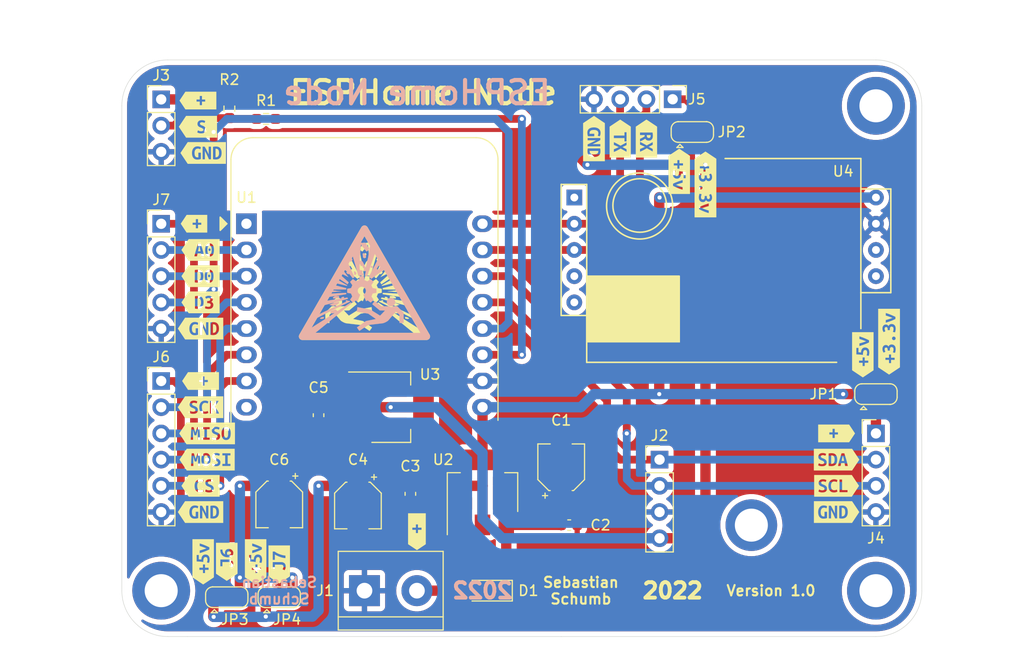
<source format=kicad_pcb>
(kicad_pcb (version 20211014) (generator pcbnew)

  (general
    (thickness 1.6)
  )

  (paper "A4")
  (layers
    (0 "F.Cu" signal)
    (31 "B.Cu" signal)
    (32 "B.Adhes" user "B.Adhesive")
    (33 "F.Adhes" user "F.Adhesive")
    (34 "B.Paste" user)
    (35 "F.Paste" user)
    (36 "B.SilkS" user "B.Silkscreen")
    (37 "F.SilkS" user "F.Silkscreen")
    (38 "B.Mask" user)
    (39 "F.Mask" user)
    (40 "Dwgs.User" user "User.Drawings")
    (41 "Cmts.User" user "User.Comments")
    (42 "Eco1.User" user "User.Eco1")
    (43 "Eco2.User" user "User.Eco2")
    (44 "Edge.Cuts" user)
    (45 "Margin" user)
    (46 "B.CrtYd" user "B.Courtyard")
    (47 "F.CrtYd" user "F.Courtyard")
    (48 "B.Fab" user)
    (49 "F.Fab" user)
  )

  (setup
    (pad_to_mask_clearance 0)
    (pcbplotparams
      (layerselection 0x00010f0_ffffffff)
      (disableapertmacros false)
      (usegerberextensions true)
      (usegerberattributes true)
      (usegerberadvancedattributes true)
      (creategerberjobfile false)
      (svguseinch false)
      (svgprecision 6)
      (excludeedgelayer true)
      (plotframeref false)
      (viasonmask false)
      (mode 1)
      (useauxorigin false)
      (hpglpennumber 1)
      (hpglpenspeed 20)
      (hpglpendiameter 15.000000)
      (dxfpolygonmode true)
      (dxfimperialunits true)
      (dxfusepcbnewfont true)
      (psnegative false)
      (psa4output false)
      (plotreference true)
      (plotvalue true)
      (plotinvisibletext false)
      (sketchpadsonfab false)
      (subtractmaskfromsilk false)
      (outputformat 1)
      (mirror false)
      (drillshape 0)
      (scaleselection 1)
      (outputdirectory "gerbers/")
    )
  )

  (net 0 "")
  (net 1 "GND")
  (net 2 "+3V3")
  (net 3 "TXD")
  (net 4 "RXD")
  (net 5 "SDA")
  (net 6 "SCL")
  (net 7 "CS")
  (net 8 "MOSI")
  (net 9 "MISO")
  (net 10 "SCK")
  (net 11 "+5V")
  (net 12 "Net-(C1-Pad1)")
  (net 13 "Net-(D1-Pad2)")
  (net 14 "D3")
  (net 15 "unconnected-(U1-Pad8)")
  (net 16 "D0")
  (net 17 "unconnected-(U1-Pad1)")
  (net 18 "A0")
  (net 19 "Net-(J3-Pad2)")
  (net 20 "Net-(J4-Pad1)")
  (net 21 "Net-(J5-Pad1)")
  (net 22 "Net-(J6-Pad1)")
  (net 23 "unconnected-(U4-Pad9)")
  (net 24 "unconnected-(U4-Pad8)")
  (net 25 "unconnected-(U4-Pad5)")
  (net 26 "unconnected-(U4-Pad4)")
  (net 27 "unconnected-(U4-Pad1)")
  (net 28 "Net-(J7-Pad1)")
  (net 29 "ONE_WIRE")

  (footprint "Module:WEMOS_D1_mini_light" (layer "F.Cu") (at 94.615 69.85))

  (footprint "Package_TO_SOT_SMD:SOT-223-3_TabPin2" (layer "F.Cu") (at 117.475 95.885 90))

  (footprint "Package_TO_SOT_SMD:SOT-223-3_TabPin2" (layer "F.Cu") (at 108.61 87.63))

  (footprint "Capacitor_SMD:CP_Elec_4x5.4" (layer "F.Cu") (at 125.095 93.45 90))

  (footprint "Capacitor_SMD:C_0603_1608Metric" (layer "F.Cu") (at 125.87 99.06))

  (footprint "Capacitor_SMD:C_0603_1608Metric" (layer "F.Cu") (at 110.49 96.025 -90))

  (footprint "Capacitor_SMD:CP_Elec_4x5.4" (layer "F.Cu") (at 105.41 97.155 -90))

  (footprint "Capacitor_SMD:C_0603_1608Metric" (layer "F.Cu") (at 101.6 88.405 -90))

  (footprint "Capacitor_SMD:CP_Elec_4x5.4" (layer "F.Cu") (at 97.79 97.05 -90))

  (footprint "Diode_SMD:D_SOD-123" (layer "F.Cu") (at 118.11 105.41 180))

  (footprint "TerminalBlock:TerminalBlock_bornier-2_P5.08mm" (layer "F.Cu") (at 106.045 105.41))

  (footprint "kibuzzard-62D44E49" (layer "F.Cu") (at 133.35 61.595 -90))

  (footprint "Connector_PinHeader_2.54mm:PinHeader_1x04_P2.54mm_Vertical" (layer "F.Cu") (at 155.575 90.17))

  (footprint "kibuzzard-62D44A53" (layer "F.Cu") (at 90.17 97.79))

  (footprint "kibuzzard-62D45440" (layer "F.Cu") (at 151.765 90.17))

  (footprint "kibuzzard-62D44A22" (layer "F.Cu") (at 90.17 95.25))

  (footprint "MountingHole:MountingHole_3.2mm_M3_DIN965_Pad" (layer "F.Cu") (at 155.575 105.41))

  (footprint "kibuzzard-62D44ABA" (layer "F.Cu") (at 90.17 72.39))

  (footprint "kibuzzard-62D449E8" (layer "F.Cu") (at 90.805 92.71))

  (footprint "kibuzzard-62D44A9E" (layer "F.Cu") (at 89.535 69.85))

  (footprint "Jumper:SolderJumper-3_P1.3mm_Open_RoundedPad1.0x1.5mm" (layer "F.Cu") (at 137.795 60.96))

  (footprint "Resistor_SMD:R_0603_1608Metric_Pad0.98x0.95mm_HandSolder" (layer "F.Cu") (at 92.964 58.6975 -90))

  (footprint "Jumper:SolderJumper-3_P1.3mm_Open_RoundedPad1.0x1.5mm" (layer "F.Cu") (at 97.79 106.045))

  (footprint "kibuzzard-62D44BA0" (layer "F.Cu") (at 154.305 82.55 90))

  (footprint "Jumper:SolderJumper-3_P1.3mm_Open_RoundedPad1.0x1.5mm" (layer "F.Cu") (at 155.575 86.36))

  (footprint "kibuzzard-62D44A01" (layer "F.Cu") (at 90.805 90.17))

  (footprint "MountingHole:MountingHole_3.2mm_M3_DIN965_Pad" (layer "F.Cu") (at 155.575 58.42))

  (footprint "Connector_PinHeader_2.54mm:PinHeader_1x05_P2.54mm_Vertical" (layer "F.Cu") (at 86.36 69.855))

  (footprint "kibuzzard-62D44CF9" (layer "F.Cu") (at 89.916 57.912))

  (footprint "kibuzzard-62D45353" (layer "F.Cu") (at 130.81 61.595 -90))

  (footprint "Connector_PinHeader_2.54mm:PinHeader_1x03_P2.54mm_Vertical" (layer "F.Cu") (at 86.36 57.8))

  (footprint "misc:gybmep" (layer "F.Cu") (at 134.62 92.71))

  (footprint "Connector_PinHeader_2.54mm:PinHeader_1x06_P2.54mm_Vertical" (layer "F.Cu") (at 86.36 85.09))

  (footprint "kibuzzard-62D4533C" (layer "F.Cu") (at 151.765 97.79))

  (footprint "Jumper:SolderJumper-3_P1.3mm_Open_RoundedPad1.0x1.5mm" (layer "F.Cu") (at 92.71 106.045))

  (footprint "kibuzzard-62D44D19" (layer "F.Cu") (at 89.916 60.452))

  (footprint "kibuzzard-62D44BA0" (layer "F.Cu") (at 95.504 102.616 90))

  (footprint "kibuzzard-62D44EBB" (layer "F.Cu") (at 128.27 61.595 -90))

  (footprint "mh-z19b:Winsen_MH-Z19B" (layer "F.Cu") (at 126.365 81.28 180))

  (footprint "kibuzzard-62D4532D" (layer "F.Cu") (at 151.765 95.25))

  (footprint "kibuzzard-62D44ED5" (layer "F.Cu") (at 136.525 64.77 -90))

  (footprint "Connector_PinHeader_2.54mm:PinHeader_1x04_P2.54mm_Vertical" (layer "F.Cu") (at 135.89 57.785 -90))

  (footprint "misc:logo_small" (layer "F.Cu")
    (tedit 0) (tstamp ab7e9b90-2012-4b44-a5ee-b448539274b3)
    (at 106.045 75.565)
    (attr through_hole)
    (fp_text reference "G***" (at 0 0) (layer "F.SilkS") hide
      (effects (font (size 1.524 1.524) (thickness 0.3)))
      (tstamp c2c483e4-a2e5-48be-b4a6-c94ba7d79659)
    )
    (fp_text value "LOGO" (at 0.75 0) (layer "F.SilkS") hide
      (effects (font (size 1.524 1.524) (thickness 0.3)))
      (tstamp d3d022aa-4055-41c3-921c-9b8ddba4245f)
    )
    (fp_poly (pts
        (xy 3.940987 3.316282)
        (xy 3.950318 3.317534)
        (xy 3.953933 3.31807)
        (xy 3.974867 3.321155)
        (xy 3.992049 3.323667)
        (xy 4.005918 3.325647)
        (xy 4.016912 3.327131)
        (xy 4.025469 3.328159)
        (xy 4.032026 3.328768)
        (xy 4.037021 3.328998)
        (xy 4.040893 3.328885)
        (xy 4.04408 3.32847)
        (xy 4.047018 3.327789)
        (xy 4.050147 3.326882)
        (xy 4.051155 3.326582)
        (xy 4.057391 3.324882)
        (xy 4.063186 3.323793)
        (xy 4.069007 3.323438)
        (xy 4.075322 3.323941)
        (xy 4.082598 3.325425)
        (xy 4.091302 3.328013)
        (xy 4.101901 3.331828)
        (xy 4.114863 3.336994)
        (xy 4.130654 3.343634)
        (xy 4.149743 3.351871)
        (xy 4.153958 3.353704)
        (xy 4.1595 3.356108)
        (xy 4.166935 3.359325)
        (xy 4.17195 3.36149)
        (xy 4.178268 3.364329)
        (xy 4.187259 3.368519)
        (xy 4.197804 3.37353)
        (xy 4.208781 3.378834)
        (xy 4.210595 3.379719)
        (xy 4.226024 3.387226)
        (xy 4.23857 3.393234)
        (xy 4.249124 3.398159)
        (xy 4.258579 3.40242)
        (xy 4.266157 3.405719)
        (xy 4.273419 3.409518)
        (xy 4.280291 3.414144)
        (xy 4.281226 3.414901)
        (xy 4.284911 3.419137)
        (xy 4.289526 3.426043)
        (xy 4.294524 3.434585)
        (xy 4.299359 3.443731)
        (xy 4.303484 3.452445)
        (xy 4.306352 3.459694)
        (xy 4.307416 3.464418)
        (xy 4.305388 3.470684)
        (xy 4.2996 3.477147)
        (xy 4.290492 3.483494)
        (xy 4.278506 3.489416)
        (xy 4.265083 3.494292)
        (xy 4.255178 3.496652)
        (xy 4.241792 3.498783)
        (xy 4.225671 3.500642)
        (xy 4.207562 3.502189)
        (xy 4.188213 3.503382)
        (xy 4.16837 3.504178)
        (xy 4.148782 3.504537)
        (xy 4.130195 3.504416)
        (xy 4.113356 3.503774)
        (xy 4.105275 3.503198)
        (xy 4.077175 3.500102)
        (xy 4.050847 3.49566)
        (xy 4.024592 3.489523)
        (xy 3.996708 3.481346)
        (xy 3.99415 3.480527)
        (xy 3.984534 3.476856)
        (xy 3.973522 3.471776)
        (xy 3.962589 3.466044)
        (xy 3.95321 3.460419)
        (xy 3.948575 3.457123)
        (xy 3.942494 3.451442)
        (xy 3.936622 3.444649)
        (xy 3.935362 3.442929)
        (xy 3.933033 3.439373)
        (xy 3.931417 3.435984)
        (xy 3.930368 3.431893)
        (xy 3.929739 3.42623)
        (xy 3.929385 3.418127)
        (xy 3.92916 3.406712)
        (xy 3.929148 3.405887)
        (xy 3.928856 3.391786)
        (xy 3.92841 3.375887)
        (xy 3.927875 3.360345)
        (xy 3.927429 3.349625)
        (xy 3.926853 3.336565)
        (xy 3.926821 3.327211)
        (xy 3.927775 3.321033)
        (xy 3.930158 3.317504)
        (xy 3.934414 3.316096)
        (xy 3.940987 3.316282)
      ) (layer "F.SilkS") (width 0.01) (fill solid) (tstamp 075fcffa-566f-4bf1-a0d8-c9a31a24ec3b))
    (fp_poly (pts
        (xy 0.803533 -0.611226)
        (xy 0.804009 -0.611183)
        (xy 0.817286 -0.608376)
        (xy 0.829391 -0.602815)
        (xy 0.838936 -0.595139)
        (xy 0.839071 -0.59499)
        (xy 0.841516 -0.591487)
        (xy 0.841974 -0.58924)
        (xy 0.840435 -0.589262)
        (xy 0.839117 -0.590257)
        (xy 0.836233 -0.591825)
        (xy 0.830575 -0.59425)
        (xy 0.823383 -0.597001)
        (xy 0.81551 -0.599975)
        (xy 0.808542 -0.60281)
        (xy 0.804333 -0.604725)
        (xy 0.799554 -0.606763)
        (xy 0.79652 -0.607471)
        (xy 0.793187 -0.609062)
        (xy 0.792491 -0.609924)
        (xy 0.792834 -0.611222)
        (xy 0.796355 -0.611639)
        (xy 0.803533 -0.611226)
      ) (layer "F.SilkS") (width 0.01) (fill solid) (tstamp 13475dbd-0090-49d2-9ae0-123a43955638))
    (fp_poly (pts
        (xy 2.745563 1.288769)
        (xy 2.752262 1.289168)
        (xy 2.769662 1.290298)
        (xy 2.787164 1.291397)
        (xy 2.804147 1.292428)
        (xy 2.81999 1.293356)
        (xy 2.834071 1.294145)
        (xy 2.845769 1.29476)
        (xy 2.854463 1.295165)
        (xy 2.859419 1.295323)
        (xy 2.862837 1.295724)
        (xy 2.866309 1.29718)
        (xy 2.870507 1.300186)
        (xy 2.876099 1.305236)
        (xy 2.883754 1.312824)
        (xy 2.88544 1.314535)
        (xy 2.894685 1.323672)
        (xy 2.903036 1.331179)
        (xy 2.911414 1.33771)
        (xy 2.920739 1.343917)
        (xy 2.931932 1.350455)
        (xy 2.945911 1.357977)
        (xy 2.948516 1.359341)
        (xy 2.969245 1.370366)
        (xy 2.987994 1.380748)
        (xy 3.004389 1.390263)
        (xy 3.018054 1.398688)
        (xy 3.028616 1.405798)
        (xy 3.035655 1.411331)
        (xy 3.045235 1.422027)
        (xy 3.050629 1.433002)
        (xy 3.05182 1.444205)
        (xy 3.049297 1.45442)
        (xy 3.047632 1.459908)
        (xy 3.045853 1.468052)
        (xy 3.044291 1.477297)
        (xy 3.043993 1.479446)
        (xy 3.042112 1.490205)
        (xy 3.039275 1.498277)
        (xy 3.03476 1.504574)
        (xy 3.027848 1.510007)
        (xy 3.017819 1.515488)
        (xy 3.014133 1.51726)
        (xy 3.006919 1.520543)
        (xy 3.001037 1.522722)
        (xy 2.995225 1.524051)
        (xy 2.98822 1.524779)
        (xy 2.978757 1.52516)
        (xy 2.973916 1.525273)
        (xy 2.963083 1.525336)
        (xy 2.952797 1.5251)
        (xy 2.944391 1.52461)
        (xy 2.94005 1.524093)
        (xy 2.932697 1.522868)
        (xy 2.921501 1.521126)
        (xy 2.906816 1.518919)
        (xy 2.888992 1.5163)
        (xy 2.868383 1.513322)
        (xy 2.860675 1.512218)
        (xy 2.846717 1.51026)
        (xy 2.833508 1.508499)
        (xy 2.820704 1.506914)
        (xy 2.807961 1.505482)
        (xy 2.794937 1.504183)
        (xy 2.781288 1.502995)
        (xy 2.766669 1.501898)
        (xy 2.750738 1.500868)
        (xy 2.733152 1.499886)
        (xy 2.713565 1.498929)
        (xy 2.691636 1.497977)
        (xy 2.66702 1.497008)
        (xy 2.639374 1.496)
        (xy 2.608355 1.494932)
        (xy 2.573618 1.493783)
        (xy 2.554816 1.493174)
        (xy 2.533745 1.492155)
        (xy 2.516316 1.490487)
        (xy 2.501965 1.488017)
        (xy 2.490131 1.484592)
        (xy 2.480249 1.480062)
        (xy 2.471759 1.474273)
        (xy 2.466156 1.469206)
        (xy 2.458668 1.458852)
        (xy 2.454297 1.44639)
        (xy 2.453135 1.432675)
        (xy 2.455272 1.418557)
        (xy 2.459566 1.407247)
        (xy 2.463808 1.397134)
        (xy 2.465632 1.388172)
        (xy 2.465794 1.383553)
        (xy 2.46487 1.373875)
        (xy 2.462538 1.362021)
        (xy 2.459188 1.349648)
        (xy 2.45521 1.338413)
        (xy 2.455111 1.338173)
        (xy 2.453652 1.333929)
        (xy 2.453612 1.330263)
        (xy 2.455235 1.325686)
        (xy 2.458096 1.319985)
        (xy 2.462808 1.312253)
        (xy 2.468379 1.304852)
        (xy 2.471408 1.301553)
        (xy 2.478846 1.294341)
        (xy 2.563927 1.292934)
        (xy 2.584268 1.292553)
        (xy 2.604786 1.292089)
        (xy 2.62475 1.291564)
        (xy 2.643425 1.290999)
        (xy 2.660079 1.290417)
        (xy 2.673978 1.28984)
        (xy 2.684389 1.28929)
        (xy 2.684529 1.289281)
        (xy 2.715857 1.288115)
        (xy 2.745563 1.288769)
      ) (layer "F.SilkS") (width 0.01) (fill solid) (tstamp 2185b837-3017-4882-90b8-2f7a68618a50))
    (fp_poly (pts
        (xy 0.979402 -1.101094)
        (xy 0.982133 -1.099786)
        (xy 0.991519 -1.094826)
        (xy 0.998664 -1.090373)
        (xy 1.004183 -1.085659)
        (xy 1.008692 -1.07992)
        (xy 1.012808 -1.072389)
        (xy 1.017146 -1.062299)
        (xy 1.021656 -1.050647)
        (xy 1.025423 -1.040258)
        (xy 1.027788 -1.032154)
        (xy 1.029071 -1.024753)
        (xy 1.029591 -1.016474)
        (xy 1.029669 -1.010995)
        (xy 1.029692 -1.001954)
        (xy 1.029241 -0.995966)
        (xy 1.027684 -0.991854)
        (xy 1.024394 -0.988441)
        (xy 1.01874 -0.984549)
        (xy 1.013883 -0.98145)
        (xy 1.006803 -0.974902)
        (xy 1.000116 -0.964997)
        (xy 0.994199 -0.952613)
        (xy 0.989428 -0.938626)
        (xy 0.986181 -0.923913)
        (xy 0.985068 -0.9144)
        (xy 0.984698 -0.905283)
        (xy 0.985255 -0.897505)
        (xy 0.986979 -0.889214)
        (xy 0.989496 -0.880534)
        (xy 0.993573 -0.865754)
        (xy 0.997442 -0.848838)
        (xy 1.00066 -0.831876)
        (xy 1.00253 -0.81915)
        (xy 1.001703 -0.811051)
        (xy 0.997966 -0.80233)
        (xy 0.992078 -0.794479)
        (xy 0.98832 -0.791164)
        (xy 0.983733 -0.788863)
        (xy 0.975813 -0.786027)
        (xy 0.965392 -0.782876)
        (xy 0.953301 -0.779635)
        (xy 0.940371 -0.776523)
        (xy 0.927436 -0.773764)
        (xy 0.915326 -0.77158)
        (xy 0.914399 -0.771433)
        (xy 0.901188 -0.769396)
        (xy 0.89147 -0.767994)
        (xy 0.884556 -0.767194)
        (xy 0.879761 -0.766963)
        (xy 0.876396 -0.767268)
        (xy 0.873774 -0.768074)
        (xy 0.871228 -0.769338)
        (xy 0.864221 -0.773591)
        (xy 0.855725 -0.779409)
        (xy 0.846993 -0.785863)
        (xy 0.839277 -0.792025)
        (xy 0.83383 -0.796967)
        (xy 0.83357 -0.797239)
        (xy 0.830162 -0.802082)
        (xy 0.825703 -0.810254)
        (xy 0.820492 -0.821075)
        (xy 0.814833 -0.833865)
        (xy 0.809028 -0.847942)
        (xy 0.803377 -0.862626)
        (xy 0.798503 -0.8763)
        (xy 0.794972 -0.887114)
        (xy 0.792719 -0.895659)
        (xy 0.791454 -0.903599)
        (xy 0.790886 -0.912599)
        (xy 0.790746 -0.92075)
        (xy 0.79106 -0.934812)
        (xy 0.792538 -0.946234)
        (xy 0.795623 -0.956185)
        (xy 0.800756 -0.965835)
        (xy 0.808378 -0.976355)
        (xy 0.814559 -0.98384)
        (xy 0.826683 -0.997844)
        (xy 0.837339 -1.009504)
        (xy 0.847586 -1.019874)
        (xy 0.858479 -1.030007)
        (xy 0.871077 -1.04096)
        (xy 0.875946 -1.045065)
        (xy 0.885887 -1.053754)
        (xy 0.8959 -1.063117)
        (xy 0.904904 -1.072107)
        (xy 0.911822 -1.079677)
        (xy 0.912595 -1.080604)
        (xy 0.920205 -1.089297)
        (xy 0.926729 -1.09525)
        (xy 0.933228 -1.09937)
        (xy 0.936232 -1.100783)
        (xy 0.95094 -1.105106)
        (xy 0.965337 -1.10521)
        (xy 0.979402 -1.101094)
      ) (layer "F.SilkS") (width 0.01) (fill solid) (tstamp 62df5987-c65a-49e9-a1d8-06fdd2acf8c0))
    (fp_poly (pts
        (xy 0.103049 -2.859777)
        (xy 0.11501 -2.855091)
        (xy 0.128046 -2.848289)
        (xy 0.138001 -2.842223)
        (xy 0.145627 -2.836053)
        (xy 0.151677 -2.828944)
        (xy 0.156905 -2.820057)
        (xy 0.162063 -2.808555)
        (xy 0.166139 -2.798234)
        (xy 0.17048 -2.786898)
        (xy 0.173607 -2.778579)
        (xy 0.175824 -2.772343)
        (xy 0.177437 -2.767256)
        (xy 0.178751 -2.762385)
        (xy 0.180073 -2.756796)
        (xy 0.180903 -2.753123)
        (xy 0.183416 -2.738745)
        (xy 0.183751 -2.726668)
        (xy 0.181889 -2.715552)
        (xy 0.180353 -2.710571)
        (xy 0.177976 -2.704669)
        (xy 0.175083 -2.700605)
        (xy 0.170507 -2.697168)
        (xy 0.164041 -2.693637)
        (xy 0.157351 -2.689906)
        (xy 0.152521 -2.68616)
        (xy 0.148413 -2.681231)
        (xy 0.143888 -2.673953)
        (xy 0.142543 -2.671602)
        (xy 0.137536 -2.661788)
        (xy 0.132435 -2.650186)
        (xy 0.128243 -2.639098)
        (xy 0.127791 -2.637735)
        (xy 0.125164 -2.629105)
        (xy 0.123431 -2.62164)
        (xy 0.122409 -2.613986)
        (xy 0.121917 -2.604789)
        (xy 0.121772 -2.592917)
        (xy 0.121852 -2.581046)
        (xy 0.122264 -2.572161)
        (xy 0.123171 -2.565021)
        (xy 0.124732 -2.558382)
        (xy 0.12711 -2.551002)
        (xy 0.127255 -2.550584)
        (xy 0.130459 -2.540133)
        (xy 0.133647 -2.527471)
        (xy 0.136655 -2.513532)
        (xy 0.139318 -2.499252)
        (xy 0.141472 -2.485565)
        (xy 0.142951 -2.473406)
        (xy 0.143591 -2.463711)
        (xy 0.143434 -2.458726)
        (xy 0.140183 -2.447557)
        (xy 0.133493 -2.437302)
        (xy 0.124156 -2.429076)
        (xy 0.121087 -2.42724)
        (xy 0.115111 -2.424711)
        (xy 0.105733 -2.421595)
        (xy 0.093711 -2.418082)
        (xy 0.079804 -2.414361)
        (xy 0.064772 -2.410622)
        (xy 0.049372 -2.407053)
        (xy 0.034365 -2.403845)
        (xy 0.020509 -2.401186)
        (xy 0.009494 -2.399397)
        (xy -0.00581 -2.397427)
        (xy -0.017644 -2.396448)
        (xy -0.026656 -2.396462)
        (xy -0.033492 -2.397472)
        (xy -0.038798 -2.399481)
        (xy -0.039013 -2.399596)
        (xy -0.046015 -2.403918)
        (xy -0.055023 -2.410222)
        (xy -0.064909 -2.417645)
        (xy -0.074547 -2.425324)
        (xy -0.082808 -2.432395)
        (xy -0.086857 -2.436209)
        (xy -0.091638 -2.441578)
        (xy -0.096021 -2.447972)
        (xy -0.100521 -2.456281)
        (xy -0.105655 -2.467395)
        (xy -0.107764 -2.472267)
        (xy -0.112315 -2.482876)
        (xy -0.116624 -2.492851)
        (xy -0.120238 -2.501151)
        (xy -0.122706 -2.50673)
        (xy -0.122914 -2.507192)
        (xy -0.126915 -2.516909)
        (xy -0.131305 -2.529056)
        (xy -0.135768 -2.542586)
        (xy -0.139988 -2.556457)
        (xy -0.143648 -2.569623)
        (xy -0.146431 -2.581041)
        (xy -0.148022 -2.589664)
        (xy -0.148103 -2.590334)
        (xy -0.148945 -2.606953)
        (xy -0.147957 -2.624045)
        (xy -0.145328 -2.640547)
        (xy -0.141245 -2.655396)
        (xy -0.135892 -2.667527)
        (xy -0.134022 -2.670544)
        (xy -0.130178 -2.675663)
        (xy -0.124034 -2.683213)
        (xy -0.116174 -2.69253)
        (xy -0.107184 -2.702947)
        (xy -0.097649 -2.713798)
        (xy -0.088154 -2.724419)
        (xy -0.079285 -2.734144)
        (xy -0.071627 -2.742307)
        (xy -0.065766 -2.748242)
        (xy -0.065303 -2.748686)
        (xy -0.059416 -2.754077)
        (xy -0.051234 -2.76129)
        (xy -0.041738 -2.769469)
        (xy -0.031914 -2.777761)
        (xy -0.029634 -2.779658)
        (xy -0.014813 -2.792331)
        (xy -0.001962 -2.804263)
        (xy 0.010207 -2.816731)
        (xy 0.022982 -2.831013)
        (xy 0.027745 -2.836573)
        (xy 0.040258 -2.848255)
        (xy 0.054709 -2.856557)
        (xy 0.070435 -2.861339)
        (xy 0.08677 -2.86246)
        (xy 0.103049 -2.859777)
      ) (layer "F.SilkS") (width 0.01) (fill solid) (tstamp 78cc08fb-4764-4a33-a969-7c39ac715b6e))
    (fp_poly (pts
        (xy 0.290135 -0.632875)
        (xy 0.318894 -0.632847)
        (xy 0.343932 -0.632794)
        (xy 0.365504 -0.632713)
        (xy 0.383867 -0.6326)
        (xy 0.399276 -0.632451)
        (xy 0.411986 -0.632261)
        (xy 0.422255 -0.632026)
        (xy 0.430337 -0.631743)
        (xy 0.436488 -0.631407)
        (xy 0.440966 -0.631014)
        (xy 0.444024 -0.63056)
        (xy 0.44592 -0.630041)
        (xy 0.446334 -0.629855)
        (xy 0.44993 -0.627182)
        (xy 0.452824 -0.62288)
        (xy 0.455288 -0.61626)
        (xy 0.457597 -0.606632)
        (xy 0.459413 -0.5969)
        (xy 0.464199 -0.569879)
        (xy 0.469324 -0.541959)
        (xy 0.470833 -0.53393)
        (xy 0.473988 -0.517227)
        (xy 0.476488 -0.503974)
        (xy 0.478465 -0.493463)
        (xy 0.480052 -0.484984)
        (xy 0.481381 -0.47783)
        (xy 0.482586 -0.47129)
        (xy 0.483798 -0.464657)
        (xy 0.483999 -0.46355)
        (xy 0.485967 -0.45279)
        (xy 0.488081 -0.441307)
        (xy 0.489909 -0.431444)
        (xy 0.49004 -0.430742)
        (xy 0.491783 -0.421376)
        (xy 0.49389 -0.410023)
        (xy 0.495954 -0.398861)
        (xy 0.496321 -0.396875)
        (xy 0.502118 -0.365685)
        (xy 0.508324 -0.332706)
        (xy 0.508999 -0.329142)
        (xy 0.510904 -0.318921)
        (xy 0.512921 -0.307843)
        (xy 0.514215 -0.300567)
        (xy 0.516926 -0.285687)
        (xy 0.519485 -0.2728)
        (xy 0.521768 -0.262479)
        (xy 0.52365 -0.255297)
        (xy 0.524815 -0.25213)
        (xy 0.528013 -0.247668)
        (xy 0.532956 -0.243371)
        (xy 0.540218 -0.238888)
        (xy 0.550372 -0.233864)
        (xy 0.563992 -0.227946)
        (xy 0.564156 -0.227878)
        (xy 0.572368 -0.224458)
        (xy 0.580025 -0.221278)
        (xy 0.587698 -0.218101)
        (xy 0.595958 -0.214693)
        (xy 0.605377 -0.21082)
        (xy 0.616524 -0.206246)
        (xy 0.629972 -0.200737)
        (xy 0.64629 -0.194058)
        (xy 0.66255 -0.187405)
        (xy 0.675014 -0.182306)
        (xy 0.689179 -0.176512)
        (xy 0.702825 -0.170929)
        (xy 0.709117 -0.168355)
        (xy 0.721482 -0.163293)
        (xy 0.735452 -0.157568)
        (xy 0.748856 -0.15207)
        (xy 0.755137 -0.149491)
        (xy 0.768074 -0.144203)
        (xy 0.77776 -0.140366)
        (xy 0.784852 -0.137804)
        (xy 0.790008 -0.136343)
        (xy 0.793886 -0.135807)
        (xy 0.797144 -0.136021)
        (xy 0.800438 -0.136811)
        (xy 0.801551 -0.13714)
        (xy 0.806206 -0.139224)
        (xy 0.81341 -0.143269)
        (xy 0.822289 -0.14875)
        (xy 0.831965 -0.15514)
        (xy 0.835024 -0.157247)
        (xy 0.845892 -0.164787)
        (xy 0.858931 -0.173793)
        (xy 0.872815 -0.183351)
        (xy 0.886215 -0.192546)
        (xy 0.892174 -0.196623)
        (xy 0.925885 -0.219676)
        (xy 0.960076 -0.243092)
        (xy 0.993564 -0.26606)
        (xy 1.025165 -0.287769)
        (xy 1.036108 -0.295296)
        (xy 1.054694 -0.30808)
        (xy 1.070125 -0.318667)
        (xy 1.082731 -0.327264)
        (xy 1.092841 -0.334078)
        (xy 1.100787 -0.339317)
        (xy 1.106898 -0.343187)
        (xy 1.111503 -0.345895)
        (xy 1.114933 -0.347648)
        (xy 1.117517 -0.348653)
        (xy 1.119586 -0.349116)
        (xy 1.121469 -0.349246)
        (xy 1.122128 -0.34925)
        (xy 1.12353 -0.34908)
        (xy 1.125244 -0.348445)
        (xy 1.127465 -0.347162)
        (xy 1.130385 -0.345049)
        (xy 1.134197 -0.341922)
        (xy 1.139094 -0.337598)
        (xy 1.145271 -0.331894)
        (xy 1.15292 -0.324625)
        (xy 1.162234 -0.31561)
        (xy 1.173406 -0.304664)
        (xy 1.186631 -0.291604)
        (xy 1.202101 -0.276248)
        (xy 1.220009 -0.258411)
        (xy 1.240548 -0.237911)
        (xy 1.259905 -0.218569)
        (xy 1.282689 -0.195792)
        (xy 1.302661 -0.175808)
        (xy 1.320007 -0.158422)
        (xy 1.334911 -0.143437)
        (xy 1.347558 -0.130657)
        (xy 1.358133 -0.119884)
        (xy 1.366822 -0.110924)
        (xy 1.373809 -0.103579)
        (xy 1.37928 -0.097654)
        (xy 1.383419 -0.092951)
        (xy 1.386411 -0.089275)
        (xy 1.388441 -0.086429)
        (xy 1.389695 -0.084217)
        (xy 1.390358 -0.082442)
        (xy 1.390613 -0.080908)
        (xy 1.390649 -0.0798)
        (xy 1.390298 -0.076285)
        (xy 1.389027 -0.072257)
        (xy 1.386514 -0.067121)
        (xy 1.382435 -0.060285)
        (xy 1.376467 -0.051153)
        (xy 1.369307 -0.040618)
        (xy 1.362548 -0.030773)
        (xy 1.353917 -0.018204)
        (xy 1.343938 -0.003674)
        (xy 1.333137 0.012052)
        (xy 1.322038 0.028209)
        (xy 1.311167 0.044032)
        (xy 1.308699 0.047625)
        (xy 1.288668 0.07678)
        (xy 1.270896 0.102653)
        (xy 1.255247 0.125447)
        (xy 1.241583 0.14537)
        (xy 1.229768 0.162627)
        (xy 1.219664 0.177424)
        (xy 1.211134 0.189967)
        (xy 1.204042 0.200463)
        (xy 1.19825 0.209116)
        (xy 1.193621 0.216133)
        (xy 1.190019 0.22172)
        (xy 1.187305 0.226083)
        (xy 1.185344 0.229428)
        (xy 1.183998 0.231961)
        (xy 1.18313 0.233887)
        (xy 1.182603 0.235414)
        (xy 1.182281 0.236745)
        (xy 1.182046 0.237975)
        (xy 1.182375 0.243608)
        (xy 1.184762 0.252777)
        (xy 1.189159 0.265345)
        (xy 1.195516 0.281176)
        (xy 1.203786 0.300133)
        (xy 1.20638 0.305858)
        (xy 1.209262 0.312374)
        (xy 1.212875 0.320816)
        (xy 1.215909 0.328083)
        (xy 1.219772 0.337248)
        (xy 1.22394 0.346813)
        (xy 1.226736 0.353012)
        (xy 1.22952 0.359211)
        (xy 1.231394 0.363726)
        (xy 1.231899 0.365298)
        (xy 1.232798 0.368036)
        (xy 1.235472 0.374519)
        (xy 1.239886 0.384667)
        (xy 1.242483 0.390525)
        (xy 1.244377 0.39488)
        (xy 1.247135 0.401333)
        (xy 1.248833 0.405341)
        (xy 1.251737 0.412183)
        (xy 1.254229 0.41798)
        (xy 1.255183 0.420158)
        (xy 1.257077 0.424513)
        (xy 1.259835 0.430966)
        (xy 1.261533 0.434975)
        (xy 1.264437 0.441816)
        (xy 1.266929 0.447613)
        (xy 1.267883 0.449791)
        (xy 1.269777 0.454147)
        (xy 1.272535 0.460599)
        (xy 1.274233 0.464608)
        (xy 1.277011 0.471173)
        (xy 1.279304 0.476513)
        (xy 1.281678 0.481918)
        (xy 1.284699 0.488678)
        (xy 1.288634 0.497416)
        (xy 1.293008 0.5063)
        (xy 1.297443 0.512813)
        (xy 1.30277 0.517501)
        (xy 1.30982 0.520905)
        (xy 1.319425 0.523569)
        (xy 1.332416 0.526036)
        (xy 1.332441 0.52604)
        (xy 1.343431 0.527957)
        (xy 1.355857 0.53019)
        (xy 1.366837 0.532221)
        (xy 1.378154 0.534353)
        (xy 1.390828 0.536734)
        (xy 1.401762 0.538784)
        (xy 1.412955 0.540884)
        (xy 1.425387 0.543225)
        (xy 1.436158 0.545259)
        (xy 1.447059 0.547308)
        (xy 1.459034 0.549536)
        (xy 1.468966 0.551365)
        (xy 1.48439 0.554198)
        (xy 1.502243 0.557506)
        (xy 1.520798 0.560967)
        (xy 1.537758 0.564153)
        (xy 1.547124 0.565911)
        (xy 1.558477 0.56803)
        (xy 1.569639 0.570103)
        (xy 1.571624 0.57047)
        (xy 1.582492 0.572483)
        (xy 1.593979 0.574616)
        (xy 1.603908 0.576464)
        (xy 1.605491 0.576759)
        (xy 1.615109 0.578533)
        (xy 1.62655 0.580613)
        (xy 1.637469 0.582573)
        (xy 1.638299 0.58272)
        (xy 1.651099 0.585247)
        (xy 1.660321 0.58772)
        (xy 1.666612 0.590366)
        (xy 1.670619 0.593411)
        (xy 1.671397 0.594337)
        (xy 1.671892 0.597071)
        (xy 1.672343 0.603663)
        (xy 1.67275 0.613741)
        (xy 1.673113 0.62693)
        (xy 1.673431 0.642857)
        (xy 1.673705 0.661147)
        (xy 1.673934 0.681429)
        (xy 1.674119 0.703326)
        (xy 1.674258 0.726467)
        (xy 1.674353 0.750478)
        (xy 1.674401 0.774984)
        (xy 1.674405 0.799612)
        (xy 1.674363 0.823988)
        (xy 1.674274 0.84774)
        (xy 1.67414 0.870492)
        (xy 1.67396 0.891872)
        (xy 1.673733 0.911505)
        (xy 1.67346 0.929019)
        (xy 1.67314 0.944039)
        (xy 1.672773 0.956192)
        (xy 1.672359 0.965104)
        (xy 1.671898 0.970401)
        (xy 1.67157 0.971733)
        (xy 1.668496 0.974847)
        (xy 1.664145 0.977338)
        (xy 1.657695 0.979513)
        (xy 1.648322 0.981681)
        (xy 1.641474 0.983009)
        (xy 1.631614 0.984865)
        (xy 1.6221 0.986687)
        (xy 1.614584 0.988158)
        (xy 1.612899 0.988498)
        (xy 1.606888 0.989665)
        (xy 1.59801 0.991319)
        (xy 1.587567 0.99322)
        (xy 1.579033 0.994744)
        (xy 1.568274 0.996683)
        (xy 1.558047 0.998588)
        (xy 1.549654 1.000212)
        (xy 1.545166 1.001138)
        (xy 1.537742 1.002659)
        (xy 1.52851 1.00441)
        (xy 1.521883 1.005591)
        (xy 1.512065 1.007321)
        (xy 1.500933 1.009341)
        (xy 1.493308 1.010761)
        (xy 1.483689 1.012554)
        (xy 1.472247 1.014647)
        (xy 1.461329 1.016611)
        (xy 1.460499 1.016759)
        (xy 1.450394 1.018581)
        (xy 1.440195 1.020466)
        (xy 1.431878 1.022047)
        (xy 1.430866 1.022245)
        (xy 1.424122 1.023564)
        (xy 1.417165 1.0249)
        (xy 1.409178 1.026407)
        (xy 1.399344 1.028238)
        (xy 1.386846 1.030546)
        (xy 1.373716 1.032961)
        (xy 1.355629 1.036315)
        (xy 1.341224 1.039107)
        (xy 1.330015 1.041509)
        (xy 1.321516 1.043692)
        (xy 1.31524 1.045828)
        (xy 1.310699 1.048087)
        (xy 1.307409 1.050641)
        (xy 1.304881 1.053662)
        (xy 1.302629 1.05732)
        (xy 1.302169 1.058142)
        (xy 1.300672 1.06138)
        (xy 1.29775 1.068203)
        (xy 1.293545 1.078263)
        (xy 1.288199 1.091213)
        (xy 1.281854 1.106705)
        (xy 1.274653 1.124392)
        (xy 1.266738 1.143926)
        (xy 1.25825 1.16496)
        (xy 1.249332 1.187145)
        (xy 1.245392 1.196974)
        (xy 1.234758 1.223564)
        (xy 1.225616 1.246521)
        (xy 1.217859 1.266136)
        (xy 1.211381 1.282694)
        (xy 1.206076 1.296486)
        (xy 1.201836 1.307798)
        (xy 1.198554 1.316919)
        (xy 1.196125 1.324138)
        (xy 1.194442 1.329742)
        (xy 1.193397 1.334019)
        (xy 1.192884 1.337257)
        (xy 1.192784 1.339069)
        (xy 1.192979 1.344277)
        (xy 1.193904 1.348799)
        (xy 1.196002 1.353652)
        (xy 1.199715 1.359851)
        (xy 1.205485 1.368413)
        (xy 1.205685 1.368702)
        (xy 1.211993 1.377867)
        (xy 1.219729 1.389131)
        (xy 1.227934 1.401097)
        (xy 1.235649 1.412365)
        (xy 1.235998 1.412874)
        (xy 1.252936 1.437638)
        (xy 1.26773 1.459248)
        (xy 1.280616 1.478051)
        (xy 1.291832 1.494394)
        (xy 1.301616 1.508622)
        (xy 1.310204 1.521081)
        (xy 1.317836 1.532118)
        (xy 1.323217 1.539874)
        (xy 1.330038 1.549817)
        (xy 1.336192 1.559018)
        (xy 1.341174 1.566704)
        (xy 1.344478 1.572104)
        (xy 1.34536 1.573741)
        (xy 1.348291 1.579005)
        (xy 1.352644 1.585856)
        (xy 1.355963 1.590674)
        (xy 1.360436 1.596981)
        (xy 1.366399 1.605475)
        (xy 1.372944 1.614855)
        (xy 1.377095 1.620836)
        (xy 1.380668 1.625739)
        (xy 1.383917 1.629951)
        (xy 1.386691 1.633687)
        (xy 1.388836 1.637159)
        (xy 1.390201 1.640584)
        (xy 1.390633 1.644174)
        (xy 1.38998 1.648146)
        (xy 1.388089 1.652712)
        (xy 1.384808 1.658088)
        (xy 1.379985 1.664488)
    
... [1190327 chars truncated]
</source>
